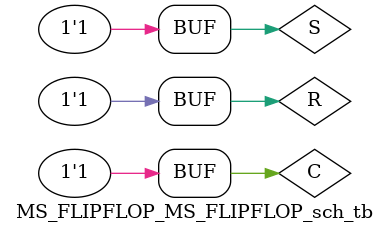
<source format=v>

`timescale 1ns / 1ps

module MS_FLIPFLOP_MS_FLIPFLOP_sch_tb();

// Inputs
   reg C;
   reg S;
   reg R;

// Output
   wire Q;
   wire nQ;

// Bidirs

// Instantiate the UUT
   MS_FLIPFLOP UUT (
		.C(C), 
		.Q(Q), 
		.nQ(nQ), 
		.S(S), 
		.R(R)
   );
// Initialize Inputs
	initial begin
		R=0;S=0; #50;
		R=1;S=0; #50;
		R=0;S=0; #40;
		R=0;S=0; #5;
		R=0;S=1; #5;
		R=0;S=0; #50;
		R=1;S=1; #40;
		R=1;S=0; #50;
		R=1;S=1; #50;
		R=0;S=1; #50;
		R=1;S=1; #50;
		R=0;S=0; #50;
		R=1;S=1; #50;
	end
	always begin
		C=0;#20;
		C=1;#20;
	end
endmodule

</source>
